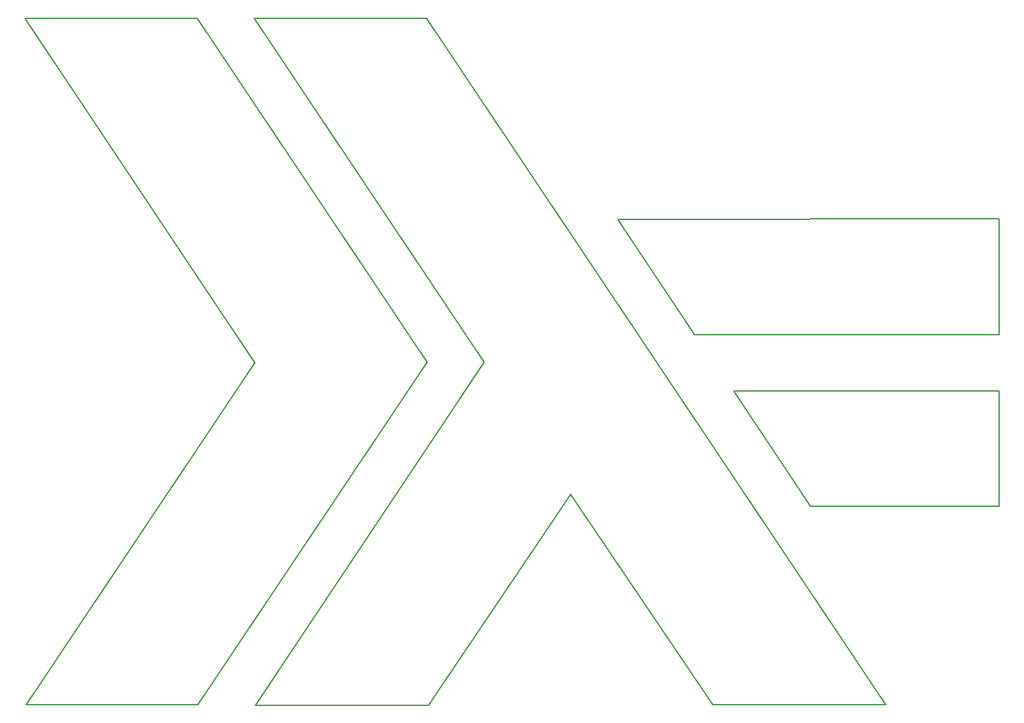
<source format=gbr>
G04*
G04 #@! TF.GenerationSoftware,Altium Limited,Altium Designer,20.2.6 (244)*
G04*
G04 Layer_Color=32768*
%FSLAX44Y44*%
%MOMM*%
G71*
G04*
G04 #@! TF.SameCoordinates,0F27BA18-1C3A-4387-AE1D-EB8F93CB1518*
G04*
G04*
G04 #@! TF.FilePolarity,Positive*
G04*
G01*
G75*
%ADD14C,0.2000*%
D14*
X1662057Y2128678D02*
X1884196D01*
X2181286Y1684300D01*
X1885289Y1241298D02*
X2181286Y1684300D01*
X1663209Y1241298D02*
X1885289D01*
X1663209D02*
X1959049Y1683646D01*
X1662057Y2128678D02*
X1959049Y1683646D01*
X2550748Y1241187D02*
X2774025D01*
X2367007Y1513157D02*
X2550748Y1241187D01*
X2183571Y1241071D02*
X2367007Y1513157D01*
X1959330Y1241071D02*
X2183571D01*
X1959330D02*
X2255081Y1684433D01*
X1958418Y2129237D02*
X2255081Y1684433D01*
X1958418Y2129237D02*
X2181011D01*
X2774025Y1241187D01*
X2920830Y1719996D02*
Y1870006D01*
X2526760Y1719996D02*
X2920830D01*
X2428309Y1869277D02*
X2526760Y1719996D01*
X2428309Y1869277D02*
X2920830Y1870006D01*
X2577643Y1646738D02*
X2920914D01*
Y1498132D02*
Y1646738D01*
X2676872Y1498132D02*
X2920914D01*
X2577643Y1646738D02*
X2676872Y1498132D01*
M02*

</source>
